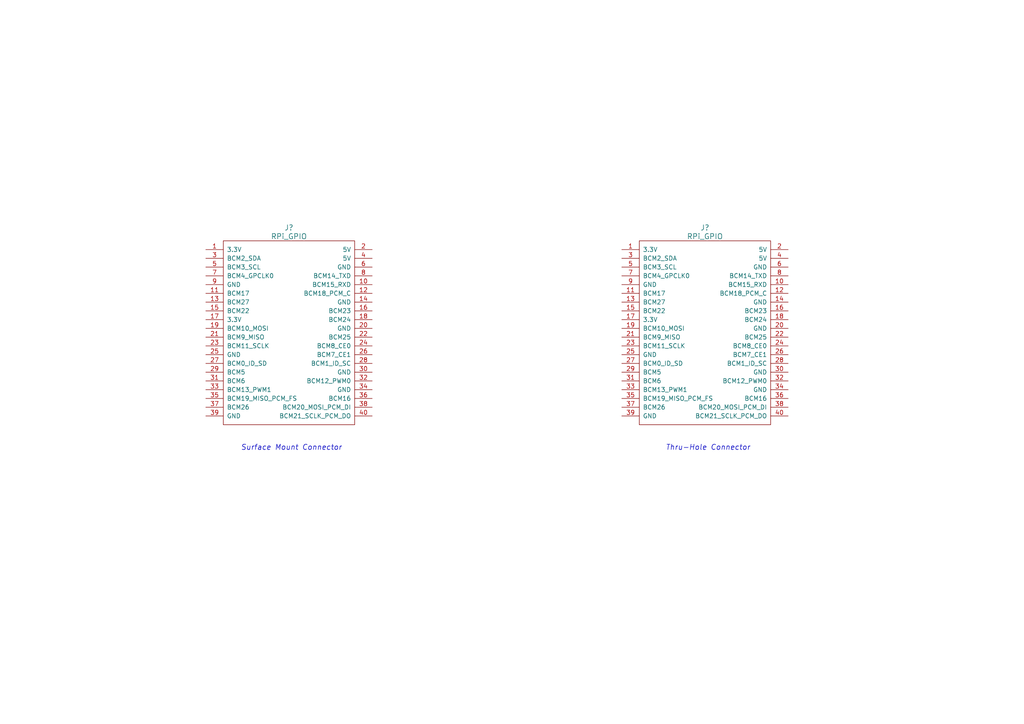
<source format=kicad_sch>
(kicad_sch (version 20211123) (generator eeschema)
  (paper "A4")
  (lib_symbols
    (symbol "RPi_Hat:RPi_GPIO" (pin_names (offset 1.016))
      (property "Reference" "J" (at 19.05 6.35 0))
      (property "Value" "RPi_GPIO" (at 19.05 3.81 0))
      (symbol "RPi_GPIO_0_1"
        (rectangle (start 0 2.54) (end 38.1 -50.8))
      )
      (symbol "RPi_GPIO_1_1"
        (pin power_in line (at -5.08 0 0) (length 5.08) (name "3.3V") (number "1"))
        (pin bidirectional line (at 43.18 -10.16 180) (length 5.08) (name "BCM15_RXD") (number "10"))
        (pin bidirectional line (at -5.08 -12.7 0) (length 5.08) (name "BCM17") (number "11"))
        (pin bidirectional line (at 43.18 -12.7 180) (length 5.08) (name "BCM18_PCM_C") (number "12"))
        (pin bidirectional line (at -5.08 -15.24 0) (length 5.08) (name "BCM27") (number "13"))
        (pin power_in line (at 43.18 -15.24 180) (length 5.08) (name "GND") (number "14"))
        (pin bidirectional line (at -5.08 -17.78 0) (length 5.08) (name "BCM22") (number "15"))
        (pin bidirectional line (at 43.18 -17.78 180) (length 5.08) (name "BCM23") (number "16"))
        (pin power_in line (at -5.08 -20.32 0) (length 5.08) (name "3.3V") (number "17"))
        (pin bidirectional line (at 43.18 -20.32 180) (length 5.08) (name "BCM24") (number "18"))
        (pin bidirectional line (at -5.08 -22.86 0) (length 5.08) (name "BCM10_MOSI") (number "19"))
        (pin power_in line (at 43.18 0 180) (length 5.08) (name "5V") (number "2"))
        (pin power_in line (at 43.18 -22.86 180) (length 5.08) (name "GND") (number "20"))
        (pin bidirectional line (at -5.08 -25.4 0) (length 5.08) (name "BCM9_MISO") (number "21"))
        (pin bidirectional line (at 43.18 -25.4 180) (length 5.08) (name "BCM25") (number "22"))
        (pin bidirectional line (at -5.08 -27.94 0) (length 5.08) (name "BCM11_SCLK") (number "23"))
        (pin bidirectional line (at 43.18 -27.94 180) (length 5.08) (name "BCM8_CE0") (number "24"))
        (pin power_in line (at -5.08 -30.48 0) (length 5.08) (name "GND") (number "25"))
        (pin bidirectional line (at 43.18 -30.48 180) (length 5.08) (name "BCM7_CE1") (number "26"))
        (pin bidirectional line (at -5.08 -33.02 0) (length 5.08) (name "BCM0_ID_SD") (number "27"))
        (pin bidirectional line (at 43.18 -33.02 180) (length 5.08) (name "BCM1_ID_SC") (number "28"))
        (pin bidirectional line (at -5.08 -35.56 0) (length 5.08) (name "BCM5") (number "29"))
        (pin bidirectional line (at -5.08 -2.54 0) (length 5.08) (name "BCM2_SDA") (number "3"))
        (pin power_in line (at 43.18 -35.56 180) (length 5.08) (name "GND") (number "30"))
        (pin bidirectional line (at -5.08 -38.1 0) (length 5.08) (name "BCM6") (number "31"))
        (pin bidirectional line (at 43.18 -38.1 180) (length 5.08) (name "BCM12_PWM0") (number "32"))
        (pin bidirectional line (at -5.08 -40.64 0) (length 5.08) (name "BCM13_PWM1") (number "33"))
        (pin power_in line (at 43.18 -40.64 180) (length 5.08) (name "GND") (number "34"))
        (pin bidirectional line (at -5.08 -43.18 0) (length 5.08) (name "BCM19_MISO_PCM_FS") (number "35"))
        (pin bidirectional line (at 43.18 -43.18 180) (length 5.08) (name "BCM16") (number "36"))
        (pin bidirectional line (at -5.08 -45.72 0) (length 5.08) (name "BCM26") (number "37"))
        (pin bidirectional line (at 43.18 -45.72 180) (length 5.08) (name "BCM20_MOSI_PCM_DI") (number "38"))
        (pin power_in line (at -5.08 -48.26 0) (length 5.08) (name "GND") (number "39"))
        (pin power_in line (at 43.18 -2.54 180) (length 5.08) (name "5V") (number "4"))
        (pin bidirectional line (at 43.18 -48.26 180) (length 5.08) (name "BCM21_SCLK_PCM_DO") (number "40"))
        (pin bidirectional line (at -5.08 -5.08 0) (length 5.08) (name "BCM3_SCL") (number "5"))
        (pin power_in line (at 43.18 -5.08 180) (length 5.08) (name "GND") (number "6"))
        (pin bidirectional line (at -5.08 -7.62 0) (length 5.08) (name "BCM4_GPCLK0") (number "7"))
        (pin bidirectional line (at 43.18 -7.62 180) (length 5.08) (name "BCM14_TXD") (number "8"))
        (pin power_in line (at -5.08 -10.16 0) (length 5.08) (name "GND") (number "9"))
      )
    )
  )
  (text "Thru-Hole Connector" (at 193.04 130.81 0) (effects (font (size 1.524 1.524) italic) (justify left bottom)))
  (text "Surface Mount Connector" (at 69.85 130.81 0) (effects (font (size 1.524 1.524) italic) (justify left bottom)))
  (symbol (lib_id "RPi_Hat:RPi_GPIO") (at 185.42 72.39 0) (unit 1)
    (property "Reference" "J?" (at 204.47 66.04 0) (effects (font (size 1.524 1.524))))
    (property "Value" "RPi_GPIO" (at 204.47 68.58 0) (effects (font (size 1.524 1.524))))
    (property "Footprint" "RPi_Hat:Pin_Header_Straight_2x20" (effects hide))
  )
  (symbol (lib_id "RPi_Hat:RPi_GPIO") (at 64.77 72.39 0) (unit 1)
    (property "Reference" "J?" (at 83.82 66.04 0) (effects (font (size 1.524 1.524))))
    (property "Value" "RPi_GPIO" (at 83.82 68.58 0) (effects (font (size 1.524 1.524))))
    (property "Footprint" "RPi_Hat:Samtec_HLE-120-02-XXX-DV-BE-XX-XX" (effects hide))
  )
)
</source>
